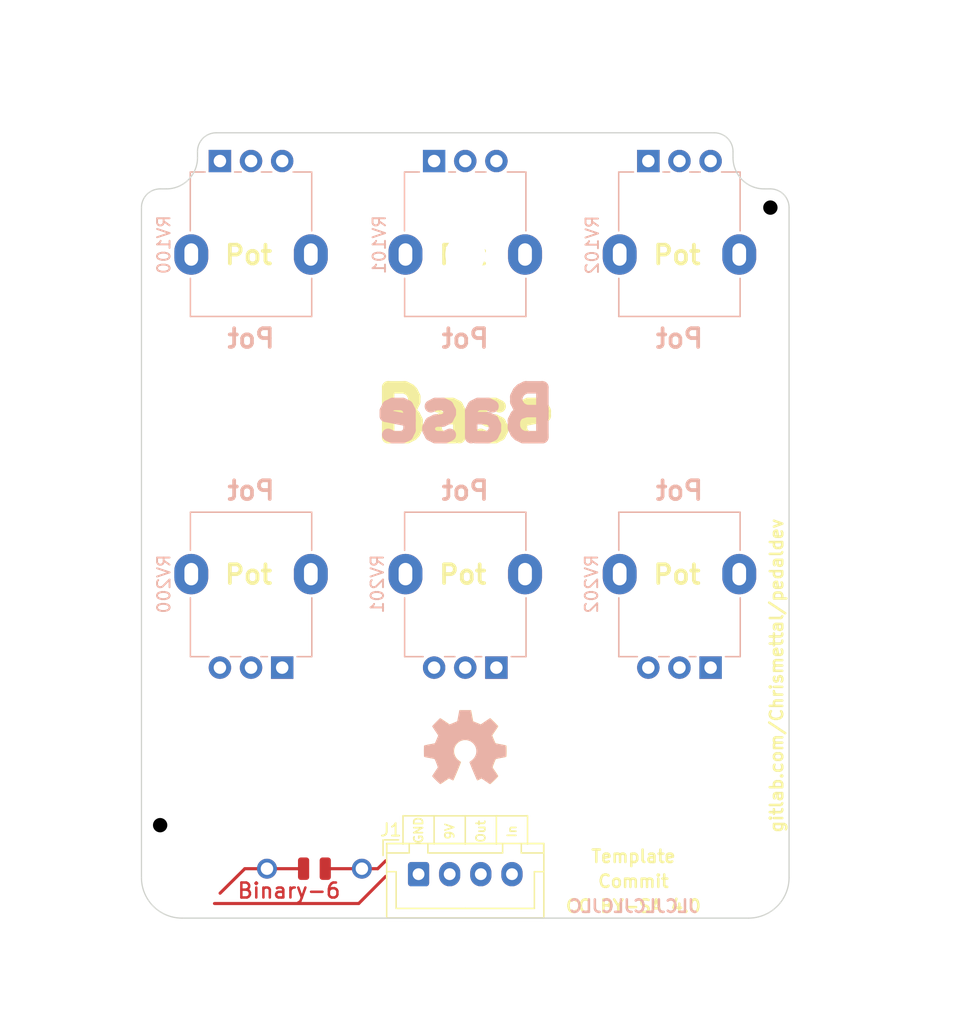
<source format=kicad_pcb>
(kicad_pcb (version 20211014) (generator pcbnew)
  (layers (0 "F.Cu" signal) (31 "B.Cu" signal) (34 "B.Paste" user) (35 "F.Paste" user) (36 "B.SilkS" user "B.Silkscreen") (37 "F.SilkS" user "F.Silkscreen") (38 "B.Mask" user) (39 "F.Mask" user) (44 "Edge.Cuts" user))
  (property "Commit" "Commit")
  (property "Link" "gitlab.com/Chrismettal/pedaldev")
  (property "Name" "Template")
  (net 0 "")
  (net 1 "+9V")
  (net 2 "GND")
  (net 3 "Upper_PCB_Input")
  (net 4 "Upper_PCB_Output")
  (footprint "Symbol:OSHW-Symbol_6.7x6mm_SilkScreen" (layer "F.Cu") (at 149.5 116.8)
    (fp_text reference "REF**" hide)
    (fp_text value "OSHW-Symbol_6.7x6mm_SilkScreen" hide)
    (fp_poly (pts (xy 0.555814 -2.531069) (xy 0.639635 -2.086445) (xy 0.94892 -1.958947) (xy 1.258206 -1.831449) (xy 1.629246 -2.083754) (xy 1.733157 -2.154004) (xy 1.827087 -2.216728) (xy 1.906652 -2.269062) (xy 1.96747 -2.308143) (xy 2.005157 -2.331107) (xy 2.015421 -2.336058) (xy 2.03391 -2.323324) (xy 2.07342 -2.288118) (xy 2.129522 -2.234938) (xy 2.197787 -2.168282) (xy 2.273786 -2.092646) (xy 2.353092 -2.012528) (xy 2.431275 -1.932426) (xy 2.503907 -1.856836) (xy 2.566559 -1.790255) (xy 2.614803 -1.737182) (xy 2.64421 -1.702113) (xy 2.651241 -1.690377) (xy 2.641123 -1.66874) (xy 2.612759 -1.621338) (xy 2.569129 -1.552807) (xy 2.513218 -1.467785) (xy 2.448006 -1.370907) (xy 2.410219 -1.31565) (xy 2.341343 -1.214752) (xy 2.28014 -1.123701) (xy 2.229578 -1.04703) (xy 2.192628 -0.989272) (xy 2.172258 -0.954957) (xy 2.169197 -0.947746) (xy 2.176136 -0.927252) (xy 2.195051 -0.879487) (xy 2.223087 -0.811168) (xy 2.257391 -0.729011) (xy 2.295109 -0.63973) (xy 2.333387 -0.550042) (xy 2.36937 -0.466662) (xy 2.400206 -0.396306) (xy 2.423039 -0.34569) (xy 2.435017 -0.321529) (xy 2.435724 -0.320578) (xy 2.454531 -0.315964) (xy 2.504618 -0.305672) (xy 2.580793 -0.290713) (xy 2.677865 -0.272099) (xy 2.790643 -0.250841) (xy 2.856442 -0.238582) (xy 2.97695 -0.215638) (xy 3.085797 -0.193805) (xy 3.177476 -0.174278) (xy 3.246481 -0.158252) (xy 3.287304 -0.146921) (xy 3.295511 -0.143326) (xy 3.303548 -0.118994) (xy 3.310033 -0.064041) (xy 3.31497 0.015108) (xy 3.318364 0.112026) (xy 3.320218 0.220287) (xy 3.320538 0.333465) (xy 3.319327 0.445135) (xy 3.31659 0.548868) (xy 3.312331 0.638241) (xy 3.306555 0.706826) (xy 3.299267 0.748197) (xy 3.294895 0.75681) (xy 3.268764 0.767133) (xy 3.213393 0.781892) (xy 3.136107 0.799352) (xy 3.04423 0.81778) (xy 3.012158 0.823741) (xy 2.857524 0.852066) (xy 2.735375 0.874876) (xy 2.641673 0.89308) (xy 2.572384 0.907583) (xy 2.523471 0.919292) (xy 2.490897 0.929115) (xy 2.470628 0.937956) (xy 2.458626 0.946724) (xy 2.456947 0.948457) (xy 2.440184 0.976371) (xy 2.414614 1.030695) (xy 2.382788 1.104777) (xy 2.34726 1.191965) (xy 2.310583 1.285608) (xy 2.275311 1.379052) (xy 2.243996 1.465647) (xy 2.219193 1.53874) (xy 2.203454 1.591678) (xy 2.199332 1.617811) (xy 2.199676 1.618726) (xy 2.213641 1.640086) (xy 2.245322 1.687084) (xy 2.291391 1.754827) (xy 2.348518 1.838423) (xy 2.413373 1.932982) (xy 2.431843 1.959854) (xy 2.497699 2.057275) (xy 2.55565 2.146163) (xy 2.602538 2.221412) (xy 2.635207 2.27792) (xy 2.6505 2.310581) (xy 2.651241 2.314593) (xy 2.638392 2.335684) (xy 2.602888 2.377464) (xy 2.549293 2.435445) (xy 2.482171 2.505135) (xy 2.406087 2.582045) (xy 2.325604 2.661683) (xy 2.245287 2.739561) (xy 2.169699 2.811186) (xy 2.103405 2.87207) (xy 2.050969 2.917721) (xy 2.016955 2.94365) (xy 2.007545 2.947883) (xy 1.985643 2.937912) (xy 1.9408 2.91102) (xy 1.880321 2.871736) (xy 1.833789 2.840117) (xy 1.749475 2.782098) (xy 1.649626 2.713784) (xy 1.549473 2.645579) (xy 1.495627 2.609075) (xy 1.313371 2.4858) (xy 1.160381 2.56852) (xy 1.090682 2.604759) (xy 1.031414 2.632926) (xy 0.991311 2.648991) (xy 0.981103 2.651226) (xy 0.968829 2.634722) (xy 0.944613 2.588082) (xy 0.910263 2.515609) (xy 0.867588 2.421606) (xy 0.818394 2.310374) (xy 0.76449 2.186215) (xy 0.707684 2.053432) (xy 0.649782 1.916327) (xy 0.592593 1.779202) (xy 0.537924 1.646358) (xy 0.487584 1.522098) (xy 0.44338 1.410725) (xy 0.407119 1.316539) (xy 0.380609 1.243844) (xy 0.365658 1.196941) (xy 0.363254 1.180833) (xy 0.382311 1.160286) (xy 0.424036 1.126933) (xy 0.479706 1.087702) (xy 0.484378 1.084599) (xy 0.628264 0.969423) (xy 0.744283 0.835053) (xy 0.83143 0.685784) (xy 0.888699 0.525913) (xy 0.915086 0.359737) (xy 0.909585 0.191552) (xy 0.87119 0.025655) (xy 0.798895 -0.133658) (xy 0.777626 -0.168513) (xy 0.666996 -0.309263) (xy 0.536302 -0.422286) (xy 0.390064 -0.506997) (xy 0.232808 -0.562806) (xy 0.069057 -0.589126) (xy -0.096667 -0.58537) (xy -0.259838 -0.55095) (xy -0.415935 -0.485277) (xy -0.560433 -0.387765) (xy -0.605131 -0.348187) (xy -0.718888 -0.224297) (xy -0.801782 -0.093876) (xy -0.858644 0.052315) (xy -0.890313 0.197088) (xy -0.898131 0.35986) (xy -0.872062 0.52344) (xy -0.814755 0.682298) (xy -0.728856 0.830906) (xy -0.617014 0.963735) (xy -0.481877 1.075256) (xy -0.464117 1.087011) (xy -0.40785 1.125508) (xy -0.365077 1.158863) (xy -0.344628 1.18016) (xy -0.344331 1.180833) (xy -0.348721 1.203871) (xy -0.366124 1.256157) (xy -0.394732 1.33339) (xy -0.432735 1.431268) (xy -0.478326 1.545491) (xy -0.529697 1.671758) (xy -0.585038 1.805767) (xy -0.642542 1.943218) (xy -0.700399 2.079808) (xy -0.756802 2.211237) (xy -0.809942 2.333205) (xy -0.85801 2.441409) (xy -0.899199 2.531549) (xy -0.931699 2.599323) (xy -0.953703 2.64043) (xy -0.962564 2.651226) (xy -0.98964 2.642819) (xy -1.040303 2.620272) (xy -1.105817 2.587613) (xy -1.141841 2.56852) (xy -1.294832 2.4858) (xy -1.477088 2.609075) (xy -1.570125 2.672228) (xy -1.671985 2.741727) (xy -1.767438 2.807165) (xy -1.81525 2.840117) (xy -1.882495 2.885273) (xy -1.939436 2.921057) (xy -1.978646 2.942938) (xy -1.991381 2.947563) (xy -2.009917 2.935085) (xy -2.050941 2.900252) (xy -2.110475 2.846678) (xy -2.184542 2.777983) (xy -2.269165 2.697781) (xy -2.322685 2.646286) (xy -2.416319 2.554286) (xy -2.497241 2.471999) (xy -2.562177 2.402945) (xy -2.607858 2.350644) (xy -2.631011 2.318616) (xy -2.633232 2.312116) (xy -2.622924 2.287394) (xy -2.594439 2.237405) (xy -2.550937 2.167212) (xy -2.495577 2.081875) (xy -2.43152 1.986456) (xy -2.413303 1.959854) (xy -2.346927 1.863167) (xy -2.287378 1.776117) (xy -2.237984 1.703595) (xy -2.202075 1.650493) (xy -2.182981 1.621703) (xy -2.181136 1.618726) (xy -2.183895 1.595782) (xy -2.198538 1.545336) (xy -2.222513 1.474041) (xy -2.253266 1.388547) (xy -2.288244 1.295507) (xy -2.324893 1.201574) (xy -2.360661 1.113399) (xy -2.392994 1.037634) (xy -2.419338 0.980931) (xy -2.437142 0.949943) (xy -2.438407 0.948457) (xy -2.449294 0.939601) (xy -2.467682 0.930843) (xy -2.497606 0.921277) (xy -2.543103 0.909996) (xy -2.608209 0.896093) (xy -2.696961 0.878663) (xy -2.813393 0.856798) (xy -2.961542 0.829591) (xy -2.993618 0.823741) (xy -3.088686 0.805374) (xy -3.171565 0.787405) (xy -3.23493 0.771569) (xy -3.271458 0.7596) (xy -3.276356 0.75681) (xy -3.284427 0.732072) (xy -3.290987 0.67679) (xy -3.296033 0.597389) (xy -3.299559 0.500296) (xy -3.301561 0.391938) (xy -3.302036 0.27874) (xy -3.300977 0.167128) (xy -3.298382 0.063529) (xy -3.294246 -0.025632) (xy -3.288563 -0.093928) (xy -3.281331 -0.134934) (xy -3.276971 -0.143326) (xy -3.252698 -0.151792) (xy -3.197426 -0.165565) (xy -3.116662 -0.18345) (xy -3.015912 -0.204252) (xy -2.900683 -0.226777) (xy -2.837902 -0.238582) (xy -2.718787 -0.260849) (xy -2.612565 -0.281021) (xy -2.524427 -0.298085) (xy -2.459566 -0.311031) (xy -2.423174 -0.318845) (xy -2.417184 -0.320578) (xy -2.407061 -0.34011) (xy -2.385662 -0.387157) (xy -2.355839 -0.454997) (xy -2.320445 -0.536909) (xy -2.282332 -0.626172) (xy -2.244353 -0.716065) (xy -2.20936 -0.799865) (xy -2.180206 -0.870853) (xy -2.159743 -0.922306) (xy -2.150823 -0.947503) (xy -2.150657 -0.948604) (xy -2.160769 -0.968481) (xy -2.189117 -1.014223) (xy -2.232723 -1.081283) (xy -2.288606 -1.165116) (xy -2.353787 -1.261174) (xy -2.391679 -1.31635) (xy -2.460725 -1.417519) (xy -2.52205 -1.50937) (xy -2.572663 -1.587256) (xy -2.609571 -1.646531) (xy -2.629782 -1.682549) (xy -2.632701 -1.690623) (xy -2.620153 -1.709416) (xy -2.585463 -1.749543) (xy -2.533063 -1.806507) (xy -2.467384 -1.875815) (xy -2.392856 -1.952969) (xy -2.313913 -2.033475) (xy -2.234983 -2.112837) (xy -2.1605 -2.18656) (xy -2.094894 -2.250148) (xy -2.042596 -2.299106) (xy -2.008039 -2.328939) (xy -1.996478 -2.336058) (xy -1.977654 -2.326047) (xy -1.932631 -2.297922) (xy -1.865787 -2.254546) (xy -1.781499 -2.198782) (xy -1.684144 -2.133494) (xy -1.610707 -2.083754) (xy -1.239667 -1.831449) (xy -0.621095 -2.086445) (xy -0.537275 -2.531069) (xy -0.453454 -2.975693) (xy 0.471994 -2.975693) (xy 0.555814 -2.531069)) (layer "F.SilkS") (width 0.01) (fill solid))
  )
  (footprint "MeineBib:EigenesMountingHole_3.2mm_M3_Small" (layer "F.Cu") (at 126.75 127.25)
    (fp_text reference "MK2" hide)
    (fp_text value "Mounting_Hole_M3" hide)
    (pad "" np_thru_hole circle (at 0 0) (size 3.2 3.2) (drill 3.2) (layers F&B.Cu *.Mask) (clearance 1.8))
  )
  (footprint "MeineBib:JLC_Toolinghole" (layer "F.Cu") (at 125 123.045)
    (fp_text reference "REF**" hide)
    (fp_text value "JLC_Toolinghole")
    (pad "" np_thru_hole circle (at 0 0) (size 1.3 1.3) (drill 1.152) (layers *.Mask))
  )
  (footprint "MeineBib:JLC_Toolinghole" (layer "F.Cu") (at 174 73.5)
    (fp_text reference "REF**" hide)
    (fp_text value "JLC_Toolinghole")
    (pad "" np_thru_hole circle (at 0 0) (size 1.3 1.3) (drill 1.152) (layers *.Mask))
  )
  (footprint "Connector_JST:JST_XH_B4B-XH-A_1x04_P2.50mm_Vertical" (layer "F.Cu") (at 145.75 126.975)
    (fp_text reference "J1" (at -2.225 -3.55) (layer "F.SilkS"))
    (fp_text value "Conn_01x04")
    (fp_line (start 0.75 -2.45) (end 0.75 -1.7) (layer "F.SilkS") (width 0.12))
    (fp_line (start -0.75 -1.7) (end -0.75 -2.45) (layer "F.SilkS") (width 0.12))
    (fp_line (start 10.06 3.51) (end 10.06 -2.46) (layer "F.SilkS") (width 0.12))
    (fp_line (start 8.25 -1.7) (end 10.05 -1.7) (layer "F.SilkS") (width 0.12))
    (fp_line (start 10.06 -2.46) (end -2.56 -2.46) (layer "F.SilkS") (width 0.12))
    (fp_line (start -2.55 -2.45) (end -2.55 -1.7) (layer "F.SilkS") (width 0.12))
    (fp_line (start -2.55 -1.7) (end -0.75 -1.7) (layer "F.SilkS") (width 0.12))
    (fp_line (start 10.05 -2.45) (end 8.25 -2.45) (layer "F.SilkS") (width 0.12))
    (fp_line (start -2.85 -2.75) (end -2.85 -1.5) (layer "F.SilkS") (width 0.12))
    (fp_line (start 9.3 -0.2) (end 9.3 2.75) (layer "F.SilkS") (width 0.12))
    (fp_line (start -2.56 -2.46) (end -2.56 3.51) (layer "F.SilkS") (width 0.12))
    (fp_line (start 6.75 -2.45) (end 0.75 -2.45) (layer "F.SilkS") (width 0.12))
    (fp_line (start 9.3 2.75) (end 3.75 2.75) (layer "F.SilkS") (width 0.12))
    (fp_line (start -2.56 3.51) (end 10.06 3.51) (layer "F.SilkS") (width 0.12))
    (fp_line (start -0.75 -2.45) (end -2.55 -2.45) (layer "F.SilkS") (width 0.12))
    (fp_line (start 8.25 -2.45) (end 8.25 -1.7) (layer "F.SilkS") (width 0.12))
    (fp_line (start 0.75 -1.7) (end 6.75 -1.7) (layer "F.SilkS") (width 0.12))
    (fp_line (start -1.8 2.75) (end 3.75 2.75) (layer "F.SilkS") (width 0.12))
    (fp_line (start 10.05 -0.2) (end 9.3 -0.2) (layer "F.SilkS") (width 0.12))
    (fp_line (start 10.05 -1.7) (end 10.05 -2.45) (layer "F.SilkS") (width 0.12))
    (fp_line (start -2.55 -0.2) (end -1.8 -0.2) (layer "F.SilkS") (width 0.12))
    (fp_line (start -1.8 -0.2) (end -1.8 2.75) (layer "F.SilkS") (width 0.12))
    (fp_line (start 6.75 -1.7) (end 6.75 -2.45) (layer "F.SilkS") (width 0.12))
    (fp_line (start -1.6 -2.75) (end -2.85 -2.75) (layer "F.SilkS") (width 0.12))
    (pad "1" thru_hole roundrect (at 0 0) (size 1.7 1.95) (drill 0.95) (layers *.Cu *.Mask) (roundrect_rratio 0.147059) (net 2 "GND"))
    (pad "2" thru_hole oval (at 2.5 0) (size 1.7 1.95) (drill 0.95) (layers *.Cu *.Mask) (net 1 "+9V"))
    (pad "3" thru_hole oval (at 5 0) (size 1.7 1.95) (drill 0.95) (layers *.Cu *.Mask) (net 4 "Upper_PCB_Output"))
    (pad "4" thru_hole oval (at 7.5 0) (size 1.7 1.95) (drill 0.95) (layers *.Cu *.Mask) (net 3 "Upper_PCB_Input"))
  )
  (footprint "MeineBib:EigenesMountingHole_3.2mm_M3_Small" (layer "F.Cu") (at 172.25 127.25)
    (fp_text reference "MK2" hide)
    (fp_text value "Mounting_Hole_M3" hide)
    (pad "" np_thru_hole circle (at 0 0) (size 3.2 3.2) (drill 3.2) (layers F&B.Cu *.Mask) (clearance 1.8))
  )
  (footprint "MeineBib:Binary_6_v0.1_tiny_silk" (layer "F.Cu") (at 137.4144 127.5007)
    (fp_text reference "H7" hide)
    (fp_text value "Symbol_Binary6" hide)
    (fp_text user "Binary-6" (at -2.0654 0.8) (layer "F.Cu") (effects (font (size 1.2 1.2) (thickness 0.2))))
    (fp_line (start 3.7846 -0.9652) (end 5.0546 -0.9652) (layer "F.Cu") (width 0.25))
    (fp_line (start -3.8354 -0.9652) (end -1.2954 -0.9652) (layer "F.Cu") (width 0.25))
    (fp_line (start 3.5306 1.8288) (end -8.05 1.8288) (layer "F.Cu") (width 0.25))
    (fp_line (start 5.0546 -0.9652) (end 5.7 -1.6) (layer "F.Cu") (width 0.25))
    (fp_line (start -3.8354 -0.9652) (end -5.6134 -0.9652) (layer "F.Cu") (width 0.25))
    (fp_line (start 1.2446 -0.9652) (end 3.7846 -0.9652) (layer "F.Cu") (width 0.25))
    (fp_line (start 5.7 -0.35) (end 3.5306 1.8288) (layer "F.Cu") (width 0.25))
    (fp_line (start -5.6134 -0.9652) (end -7.6 1) (layer "F.Cu") (width 0.25))
    (pad "" smd roundrect (at 0.8446 -0.9652) (size 0.9 1.8) (layers "F.Cu" "F.Mask"))
    (pad "" smd roundrect (at -0.8954 -0.9652) (size 0.9 1.8) (layers "F.Cu" "F.Mask"))
    (pad "" thru_hole circle (at -3.8354 -0.9652) (size 1.6 1.6) (drill 1) (layers *.Cu *.Mask))
    (pad "" thru_hole oval (at 3.7846 -0.9652) (size 1.6 1.6) (drill 1) (layers *.Cu *.Mask))
  )
  (footprint "MeineBib:EigenesMountingHole_3.2mm_M3_Small" (layer "F.Cu") (at 149.5 77.265)
    (fp_text reference "MK2" hide)
    (fp_text value "Mounting_Hole_M3" hide)
    (pad "" np_thru_hole circle (at 0 0) (size 3.2 3.2) (drill 3.2) (layers F&B.Cu *.Mask) (clearance 1.8))
  )
  (footprint "Potentiometer_THT:Potentiometer_Alpha_RD901F-40-00D_Single_Vertical" (layer "B.Cu") (at 129.8 69.765 -90)
    (fp_text reference "RV100" (at 6.71 4.5 -90) (layer "B.SilkS") (effects (justify mirror)))
    (fp_text value "100K Lin" hide)
    (fp_line (start 0.88 -7.37) (end 0.88 -5.88) (layer "B.SilkS") (width 0.12))
    (fp_line (start 9.41 2.37) (end 12.47 2.37) (layer "B.SilkS") (width 0.12))
    (fp_line (start 0.88 -7.37) (end 5.6 -7.37) (layer "B.SilkS") (width 0.12))
    (fp_line (start 0.88 -1.71) (end 0.88 -1.18) (layer "B.SilkS") (width 0.12))
    (fp_line (start 9.41 -7.37) (end 12.47 -7.37) (layer "B.SilkS") (width 0.12))
    (fp_line (start 12.47 -7.37) (end 12.47 2.37) (layer "B.SilkS") (width 0.12))
    (fp_line (start 0.88 2.38) (end 5.6 2.38) (layer "B.SilkS") (width 0.12))
    (fp_line (start 0.88 1.19) (end 0.88 2.37) (layer "B.SilkS") (width 0.12))
    (fp_line (start 0.88 -4.16) (end 0.88 -3.33) (layer "B.SilkS") (width 0.12))
    (pad "" thru_hole oval (at 7.5 2.3 180) (size 2.72 3.24) (drill oval 1.1 1.8) (layers *.Cu *.Mask))
    (pad "" thru_hole oval (at 7.5 -7.3 180) (size 2.72 3.24) (drill oval 1.1 1.8) (layers *.Cu *.Mask))
    (pad "1" thru_hole rect (at 0 0 180) (size 1.8 1.8) (drill 1) (layers *.Cu *.Mask))
    (pad "2" thru_hole circle (at 0 -2.5 180) (size 1.8 1.8) (drill 1) (layers *.Cu *.Mask))
    (pad "3" thru_hole circle (at 0 -5 180) (size 1.8 1.8) (drill 1) (layers *.Cu *.Mask))
  )
  (footprint "Potentiometer_THT:Potentiometer_Alpha_RD901F-40-00D_Single_Vertical" (layer "B.Cu") (at 169.2 110.405 90)
    (fp_text reference "RV202" (at 6.71 -9.56 90) (layer "B.SilkS") (effects (justify mirror)))
    (fp_text value "100K Lin" hide)
    (fp_line (start 0.88 -4.16) (end 0.88 -3.33) (layer "B.SilkS") (width 0.12))
    (fp_line (start 0.88 -7.37) (end 5.6 -7.37) (layer "B.SilkS") (width 0.12))
    (fp_line (start 9.41 2.37) (end 12.47 2.37) (layer "B.SilkS") (width 0.12))
    (fp_line (start 0.88 2.38) (end 5.6 2.38) (layer "B.SilkS") (width 0.12))
    (fp_line (start 0.88 1.19) (end 0.88 2.37) (layer "B.SilkS") (width 0.12))
    (fp_line (start 12.47 -7.37) (end 12.47 2.37) (layer "B.SilkS") (width 0.12))
    (fp_line (start 0.88 -7.37) (end 0.88 -5.88) (layer "B.SilkS") (width 0.12))
    (fp_line (start 0.88 -1.71) (end 0.88 -1.18) (layer "B.SilkS") (width 0.12))
    (fp_line (start 9.41 -7.37) (end 12.47 -7.37) (layer "B.SilkS") (width 0.12))
    (pad "" thru_hole oval (at 7.5 -7.3) (size 2.72 3.24) (drill oval 1.1 1.8) (layers *.Cu *.Mask))
    (pad "" thru_hole oval (at 7.5 2.3) (size 2.72 3.24) (drill oval 1.1 1.8) (layers *.Cu *.Mask))
    (pad "1" thru_hole rect (at 0 0) (size 1.8 1.8) (drill 1) (layers *.Cu *.Mask))
    (pad "2" thru_hole circle (at 0 -2.5) (size 1.8 1.8) (drill 1) (layers *.Cu *.Mask))
    (pad "3" thru_hole circle (at 0 -5) (size 1.8 1.8) (drill 1) (layers *.Cu *.Mask))
  )
  (footprint "Potentiometer_THT:Potentiometer_Alpha_RD901F-40-00D_Single_Vertical" (layer "B.Cu") (at 152 110.405 90)
    (fp_text reference "RV201" (at 6.71 -9.56 90) (layer "B.SilkS") (effects (justify mirror)))
    (fp_text value "100K Lin" hide)
    (fp_line (start 12.47 -7.37) (end 12.47 2.37) (layer "B.SilkS") (width 0.12))
    (fp_line (start 0.88 -4.16) (end 0.88 -3.33) (layer "B.SilkS") (width 0.12))
    (fp_line (start 0.88 -7.37) (end 0.88 -5.88) (layer "B.SilkS") (width 0.12))
    (fp_line (start 9.41 2.37) (end 12.47 2.37) (layer "B.SilkS") (width 0.12))
    (fp_line (start 0.88 2.38) (end 5.6 2.38) (layer "B.SilkS") (width 0.12))
    (fp_line (start 0.88 1.19) (end 0.88 2.37) (layer "B.SilkS") (width 0.12))
    (fp_line (start 0.88 -7.37) (end 5.6 -7.37) (layer "B.SilkS") (width 0.12))
    (fp_line (start 9.41 -7.37) (end 12.47 -7.37) (layer "B.SilkS") (width 0.12))
    (fp_line (start 0.88 -1.71) (end 0.88 -1.18) (layer "B.SilkS") (width 0.12))
    (pad "" thru_hole oval (at 7.5 2.3) (size 2.72 3.24) (drill oval 1.1 1.8) (layers *.Cu *.Mask))
    (pad "" thru_hole oval (at 7.5 -7.3) (size 2.72 3.24) (drill oval 1.1 1.8) (layers *.Cu *.Mask))
    (pad "1" thru_hole rect (at 0 0) (size 1.8 1.8) (drill 1) (layers *.Cu *.Mask))
    (pad "2" thru_hole circle (at 0 -2.5) (size 1.8 1.8) (drill 1) (layers *.Cu *.Mask))
    (pad "3" thru_hole circle (at 0 -5) (size 1.8 1.8) (drill 1) (layers *.Cu *.Mask))
  )
  (footprint "Symbol:OSHW-Symbol_6.7x6mm_SilkScreen" (layer "B.Cu") (at 149.5 116.8 180)
    (fp_text reference "REF**" hide)
    (fp_text value "OSHW-Symbol_6.7x6mm_SilkScreen" hide)
    (fp_poly (pts (xy 0.555814 2.531069) (xy 0.639635 2.086445) (xy 0.94892 1.958947) (xy 1.258206 1.831449) (xy 1.629246 2.083754) (xy 1.733157 2.154004) (xy 1.827087 2.216728) (xy 1.906652 2.269062) (xy 1.96747 2.308143) (xy 2.005157 2.331107) (xy 2.015421 2.336058) (xy 2.03391 2.323324) (xy 2.07342 2.288118) (xy 2.129522 2.234938) (xy 2.197787 2.168282) (xy 2.273786 2.092646) (xy 2.353092 2.012528) (xy 2.431275 1.932426) (xy 2.503907 1.856836) (xy 2.566559 1.790255) (xy 2.614803 1.737182) (xy 2.64421 1.702113) (xy 2.651241 1.690377) (xy 2.641123 1.66874) (xy 2.612759 1.621338) (xy 2.569129 1.552807) (xy 2.513218 1.467785) (xy 2.448006 1.370907) (xy 2.410219 1.31565) (xy 2.341343 1.214752) (xy 2.28014 1.123701) (xy 2.229578 1.04703) (xy 2.192628 0.989272) (xy 2.172258 0.954957) (xy 2.169197 0.947746) (xy 2.176136 0.927252) (xy 2.195051 0.879487) (xy 2.223087 0.811168) (xy 2.257391 0.729011) (xy 2.295109 0.63973) (xy 2.333387 0.550042) (xy 2.36937 0.466662) (xy 2.400206 0.396306) (xy 2.423039 0.34569) (xy 2.435017 0.321529) (xy 2.435724 0.320578) (xy 2.454531 0.315964) (xy 2.504618 0.305672) (xy 2.580793 0.290713) (xy 2.677865 0.272099) (xy 2.790643 0.250841) (xy 2.856442 0.238582) (xy 2.97695 0.215638) (xy 3.085797 0.193805) (xy 3.177476 0.174278) (xy 3.246481 0.158252) (xy 3.287304 0.146921) (xy 3.295511 0.143326) (xy 3.303548 0.118994) (xy 3.310033 0.064041) (xy 3.31497 -0.015108) (xy 3.318364 -0.112026) (xy 3.320218 -0.220287) (xy 3.320538 -0.333465) (xy 3.319327 -0.445135) (xy 3.31659 -0.548868) (xy 3.312331 -0.638241) (xy 3.306555 -0.706826) (xy 3.299267 -0.748197) (xy 3.294895 -0.75681) (xy 3.268764 -0.767133) (xy 3.213393 -0.781892) (xy 3.136107 -0.799352) (xy 3.04423 -0.81778) (xy 3.012158 -0.823741) (xy 2.857524 -0.852066) (xy 2.735375 -0.874876) (xy 2.641673 -0.89308) (xy 2.572384 -0.907583) (xy 2.523471 -0.919292) (xy 2.490897 -0.929115) (xy 2.470628 -0.937956) (xy 2.458626 -0.946724) (xy 2.456947 -0.948457) (xy 2.440184 -0.976371) (xy 2.414614 -1.030695) (xy 2.382788 -1.104777) (xy 2.34726 -1.191965) (xy 2.310583 -1.285608) (xy 2.275311 -1.379052) (xy 2.243996 -1.465647) (xy 2.219193 -1.53874) (xy 2.203454 -1.591678) (xy 2.199332 -1.617811) (xy 2.199676 -1.618726) (xy 2.213641 -1.640086) (xy 2.245322 -1.687084) (xy 2.291391 -1.754827) (xy 2.348518 -1.838423) (xy 2.413373 -1.932982) (xy 2.431843 -1.959854) (xy 2.497699 -2.057275) (xy 2.55565 -2.146163) (xy 2.602538 -2.221412) (xy 2.635207 -2.27792) (xy 2.6505 -2.310581) (xy 2.651241 -2.314593) (xy 2.638392 -2.335684) (xy 2.602888 -2.377464) (xy 2.549293 -2.435445) (xy 2.482171 -2.505135) (xy 2.406087 -2.582045) (xy 2.325604 -2.661683) (xy 2.245287 -2.739561) (xy 2.169699 -2.811186) (xy 2.103405 -2.87207) (xy 2.050969 -2.917721) (xy 2.016955 -2.94365) (xy 2.007545 -2.947883) (xy 1.985643 -2.937912) (xy 1.9408 -2.91102) (xy 1.880321 -2.871736) (xy 1.833789 -2.840117) (xy 1.749475 -2.782098) (xy 1.649626 -2.713784) (xy 1.549473 -2.645579) (xy 1.495627 -2.609075) (xy 1.313371 -2.4858) (xy 1.160381 -2.56852) (xy 1.090682 -2.604759) (xy 1.031414 -2.632926) (xy 0.991311 -2.648991) (xy 0.981103 -2.651226) (xy 0.968829 -2.634722) (xy 0.944613 -2.588082) (xy 0.910263 -2.515609) (xy 0.867588 -2.421606) (xy 0.818394 -2.310374) (xy 0.76449 -2.186215) (xy 0.707684 -2.053432) (xy 0.649782 -1.916327) (xy 0.592593 -1.779202) (xy 0.537924 -1.646358) (xy 0.487584 -1.522098) (xy 0.44338 -1.410725) (xy 0.407119 -1.316539) (xy 0.380609 -1.243844) (xy 0.365658 -1.196941) (xy 0.363254 -1.180833) (xy 0.382311 -1.160286) (xy 0.424036 -1.126933) (xy 0.479706 -1.087702) (xy 0.484378 -1.084599) (xy 0.628264 -0.969423) (xy 0.744283 -0.835053) (xy 0.83143 -0.685784) (xy 0.888699 -0.525913) (xy 0.915086 -0.359737) (xy 0.909585 -0.191552) (xy 0.87119 -0.025655) (xy 0.798895 0.133658) (xy 0.777626 0.168513) (xy 0.666996 0.309263) (xy 0.536302 0.422286) (xy 0.390064 0.506997) (xy 0.232808 0.562806) (xy 0.069057 0.589126) (xy -0.096667 0.58537) (xy -0.259838 0.55095) (xy -0.415935 0.485277) (xy -0.560433 0.387765) (xy -0.605131 0.348187) (xy -0.718888 0.224297) (xy -0.801782 0.093876) (xy -0.858644 -0.052315) (xy -0.890313 -0.197088) (xy -0.898131 -0.35986) (xy -0.872062 -0.52344) (xy -0.814755 -0.682298) (xy -0.728856 -0.830906) (xy -0.617014 -0.963735) (xy -0.481877 -1.075256) (xy -0.464117 -1.087011) (xy -0.40785 -1.125508) (xy -0.365077 -1.158863) (xy -0.344628 -1.18016) (xy -0.344331 -1.180833) (xy -0.348721 -1.203871) (xy -0.366124 -1.256157) (xy -0.394732 -1.33339) (xy -0.432735 -1.431268) (xy -0.478326 -1.545491) (xy -0.529697 -1.671758) (xy -0.585038 -1.805767) (xy -0.642542 -1.943218) (xy -0.700399 -2.079808) (xy -0.756802 -2.211237) (xy -0.809942 -2.333205) (xy -0.85801 -2.441409) (xy -0.899199 -2.531549) (xy -0.931699 -2.599323) (xy -0.953703 -2.64043) (xy -0.962564 -2.651226) (xy -0.98964 -2.642819) (xy -1.040303 -2.620272) (xy -1.105817 -2.587613) (xy -1.141841 -2.56852) (xy -1.294832 -2.4858) (xy -1.477088 -2.609075) (xy -1.570125 -2.672228) (xy -1.671985 -2.741727) (xy -1.767438 -2.807165) (xy -1.81525 -2.840117) (xy -1.882495 -2.885273) (xy -1.939436 -2.921057) (xy -1.978646 -2.942938) (xy -1.991381 -2.947563) (xy -2.009917 -2.935085) (xy -2.050941 -2.900252) (xy -2.110475 -2.846678) (xy -2.184542 -2.777983) (xy -2.269165 -2.697781) (xy -2.322685 -2.646286) (xy -2.416319 -2.554286) (xy -2.497241 -2.471999) (xy -2.562177 -2.402945) (xy -2.607858 -2.350644) (xy -2.631011 -2.318616) (xy -2.633232 -2.312116) (xy -2.622924 -2.287394) (xy -2.594439 -2.237405) (xy -2.550937 -2.167212) (xy -2.495577 -2.081875) (xy -2.43152 -1.986456) (xy -2.413303 -1.959854) (xy -2.346927 -1.863167) (xy -2.287378 -1.776117) (xy -2.237984 -1.703595) (xy -2.202075 -1.650493) (xy -2.182981 -1.621703) (xy -2.181136 -1.618726) (xy -2.183895 -1.595782) (xy -2.198538 -1.545336) (xy -2.222513 -1.474041) (xy -2.253266 -1.388547) (xy -2.288244 -1.295507) (xy -2.324893 -1.201574) (xy -2.360661 -1.113399) (xy -2.392994 -1.037634) (xy -2.419338 -0.980931) (xy -2.437142 -0.949943) (xy -2.438407 -0.948457) (xy -2.449294 -0.939601) (xy -2.467682 -0.930843) (xy -2.497606 -0.921277) (xy -2.543103 -0.909996) (xy -2.608209 -0.896093) (xy -2.696961 -0.878663) (xy -2.813393 -0.856798) (xy -2.961542 -0.829591) (xy -2.993618 -0.823741) (xy -3.088686 -0.805374) (xy -3.171565 -0.787405) (xy -3.23493 -0.771569) (xy -3.271458 -0.7596) (xy -3.276356 -0.75681) (xy -3.284427 -0.732072) (xy -3.290987 -0.67679) (xy -3.296033 -0.597389) (xy -3.299559 -0.500296) (xy -3.301561 -0.391938) (xy -3.302036 -0.27874) (xy -3.300977 -0.167128) (xy -3.298382 -0.063529) (xy -3.294246 0.025632) (xy -3.288563 0.093928) (xy -3.281331 0.134934) (xy -3.276971 0.143326) (xy -3.252698 0.151792) (xy -3.197426 0.165565) (xy -3.116662 0.18345) (xy -3.015912 0.204252) (xy -2.900683 0.226777) (xy -2.837902 0.238582) (xy -2.718787 0.260849) (xy -2.612565 0.281021) (xy -2.524427 0.298085) (xy -2.459566 0.311031) (xy -2.423174 0.318845) (xy -2.417184 0.320578) (xy -2.407061 0.34011) (xy -2.385662 0.387157) (xy -2.355839 0.454997) (xy -2.320445 0.536909) (xy -2.282332 0.626172) (xy -2.244353 0.716065) (xy -2.20936 0.799865) (xy -2.180206 0.870853) (xy -2.159743 0.922306) (xy -2.150823 0.947503) (xy -2.150657 0.948604) (xy -2.160769 0.968481) (xy -2.189117 1.014223) (xy -2.232723 1.081283) (xy -2.288606 1.165116) (xy -2.353787 1.261174) (xy -2.391679 1.31635) (xy -2.460725 1.417519) (xy -2.52205 1.50937) (xy -2.572663 1.587256) (xy -2.609571 1.646531) (xy -2.629782 1.682549) (xy -2.632701 1.690623) (xy -2.620153 1.709416) (xy -2.585463 1.749543) (xy -2.533063 1.806507) (xy -2.467384 1.875815) (xy -2.392856 1.952969) (xy -2.313913 2.033475) (xy -2.234983 2.112837) (xy -2.1605 2.18656) (xy -2.094894 2.250148) (xy -2.042596 2.299106) (xy -2.008039 2.328939) (xy -1.996478 2.336058) (xy -1.977654 2.326047) (xy -1.932631 2.297922) (xy -1.865787 2.254546) (xy -1.781499 2.198782) (xy -1.684144 2.133494) (xy -1.610707 2.083754) (xy -1.239667 1.831449) (xy -0.621095 2.086445) (xy -0.537275 2.531069) (xy -0.453454 2.975693) (xy 0.471994 2.975693) (xy 0.555814 2.531069)) (layer "B.SilkS") (width 0.01) (fill solid))
  )
  (footprint "Potentiometer_THT:Potentiometer_Alpha_RD901F-40-00D_Single_Vertical" (layer "B.Cu") (at 164.2 69.765 -90)
    (fp_text reference "RV102" (at 6.735 4.5 90) (layer "B.SilkS") (effects (justify mirror)))
    (fp_text value "100K Lin" hide)
    (fp_line (start 0.88 2.38) (end 5.6 2.38) (layer "B.SilkS") (width 0.12))
    (fp_line (start 0.88 -1.71) (end 0.88 -1.18) (layer "B.SilkS") (width 0.12))
    (fp_line (start 9.41 -7.37) (end 12.47 -7.37) (layer "B.SilkS") (width 0.12))
    (fp_line (start 0.88 1.19) (end 0.88 2.37) (layer "B.SilkS") (width 0.12))
    (fp_line (start 9.41 2.37) (end 12.47 2.37) (layer "B.SilkS") (width 0.12))
    (fp_line (start 0.88 -7.37) (end 0.88 -5.88) (layer "B.SilkS") (width 0.12))
    (fp_line (start 0.88 -4.16) (end 0.88 -3.33) (layer "B.SilkS") (width 0.12))
    (fp_line (start 12.47 -7.37) (end 12.47 2.37) (layer "B.SilkS") (width 0.12))
    (fp_line (start 0.88 -7.37) (end 5.6 -7.37) (layer "B.SilkS") (width 0.12))
    (pad "" thru_hole oval (at 7.5 2.3 180) (size 2.72 3.24) (drill oval 1.1 1.8) (layers *.Cu *.Mask))
    (pad "" thru_hole oval (at 7.5 -7.3 180) (size 2.72 3.24) (drill oval 1.1 1.8) (layers *.Cu *.Mask))
    (pad "1" thru_hole rect (at 0 0 180) (size 1.8 1.8) (drill 1) (layers *.Cu *.Mask))
    (pad "2" thru_hole circle (at 0 -2.5 180) (size 1.8 1.8) (drill 1) (layers *.Cu *.Mask))
    (pad "3" thru_hole circle (at 0 -5 180) (size 1.8 1.8) (drill 1) (layers *.Cu *.Mask))
  )
  (footprint "Potentiometer_THT:Potentiometer_Alpha_RD901F-40-00D_Single_Vertical" (layer "B.Cu") (at 134.8 110.405 90)
    (fp_text reference "RV200" (at 6.71 -9.5 90) (layer "B.SilkS") (effects (justify mirror)))
    (fp_text value "100K Lin" hide)
    (fp_line (start 0.88 1.19) (end 0.88 2.37) (layer "B.SilkS") (width 0.12))
    (fp_line (start 9.41 2.37) (end 12.47 2.37) (layer "B.SilkS") (width 0.12))
    (fp_line (start 0.88 -1.71) (end 0.88 -1.18) (layer "B.SilkS") (width 0.12))
    (fp_line (start 0.88 -4.16) (end 0.88 -3.33) (layer "B.SilkS") (width 0.12))
    (fp_line (start 0.88 -7.37) (end 5.6 -7.37) (layer "B.SilkS") (width 0.12))
    (fp_line (start 0.88 2.38) (end 5.6 2.38) (layer "B.SilkS") (width 0.12))
    (fp_line (start 12.47 -7.37) (end 12.47 2.37) (layer "B.SilkS") (width 0.12))
    (fp_line (start 9.41 -7.37) (end 12.47 -7.37) (layer "B.SilkS") (width 0.12))
    (fp_line (start 0.88 -7.37) (end 0.88 -5.88) (layer "B.SilkS") (width 0.12))
    (pad "" thru_hole oval (at 7.5 -7.3) (size 2.72 3.24) (drill oval 1.1 1.8) (layers *.Cu *.Mask))
    (pad "" thru_hole oval (at 7.5 2.3) (size 2.72 3.24) (drill oval 1.1 1.8) (layers *.Cu *.Mask))
    (pad "1" thru_hole rect (at 0 0) (size 1.8 1.8) (drill 1) (layers *.Cu *.Mask))
    (pad "2" thru_hole circle (at 0 -2.5) (size 1.8 1.8) (drill 1) (layers *.Cu *.Mask))
    (pad "3" thru_hole circle (at 0 -5) (size 1.8 1.8) (drill 1) (layers *.Cu *.Mask))
  )
  (footprint "Potentiometer_THT:Potentiometer_Alpha_RD901F-40-00D_Single_Vertical" (layer "B.Cu") (at 147 69.765 -90)
    (fp_text reference "RV101" (at 6.71 4.4 -90) (layer "B.SilkS") (effects (justify mirror)))
    (fp_text value "100K Lin" hide)
    (fp_line (start 0.88 2.38) (end 5.6 2.38) (layer "B.SilkS") (width 0.12))
    (fp_line (start 9.41 2.37) (end 12.47 2.37) (layer "B.SilkS") (width 0.12))
    (fp_line (start 0.88 1.19) (end 0.88 2.37) (layer "B.SilkS") (width 0.12))
    (fp_line (start 9.41 -7.37) (end 12.47 -7.37) (layer "B.SilkS") (width 0.12))
    (fp_line (start 0.88 -7.37) (end 0.88 -5.88) (layer "B.SilkS") (width 0.12))
    (fp_line (start 0.88 -1.71) (end 0.88 -1.18) (layer "B.SilkS") (width 0.12))
    (fp_line (start 0.88 -4.16) (end 0.88 -3.33) (layer "B.SilkS") (width 0.12))
    (fp_line (start 0.88 -7.37) (end 5.6 -7.37) (layer "B.SilkS") (width 0.12))
    (fp_line (start 12.47 -7.37) (end 12.47 2.37) (layer "B.SilkS") (width 0.12))
    (pad "" thru_hole oval (at 7.5 -7.3 180) (size 2.72 3.24) (drill oval 1.1 1.8) (layers *.Cu *.Mask))
    (pad "" thru_hole oval (at 7.5 2.3 180) (size 2.72 3.24) (drill oval 1.1 1.8) (layers *.Cu *.Mask))
    (pad "1" thru_hole rect (at 0 0 180) (size 1.8 1.8) (drill 1) (layers *.Cu *.Mask))
    (pad "2" thru_hole circle (at 0 -2.5 180) (size 1.8 1.8) (drill 1) (layers *.Cu *.Mask))
    (pad "3" thru_hole circle (at 0 -5 180) (size 1.8 1.8) (drill 1) (layers *.Cu *.Mask))
  )
  (gr_line (start 152 122.295) (end 152 124.561) (layer "F.SilkS") (width 0.12))
  (gr_line (start 144.5 122.295) (end 144.5 124.561) (layer "F.SilkS") (width 0.12))
  (gr_line (start 149.5 122.295) (end 149.5 124.561) (layer "F.SilkS") (width 0.12))
  (gr_line (start 144.5 122.295) (end 154.5 122.295) (layer "F.SilkS") (width 0.12))
  (gr_line (start 147 122.295) (end 147 124.545) (layer "F.SilkS") (width 0.12))
  (gr_line (start 154.5 122.295) (end 154.5 124.561) (layer "F.SilkS") (width 0.12))
  (gr_line (start 175.5 73.5) (end 175.5 127.25) (layer "Edge.Cuts") (width 0.1))
  (gr_arc (start 126.75 130.5) (mid 124.451903 129.548097) (end 123.5 127.25) (layer "Edge.Cuts") (width 0.1))
  (gr_arc (start 173.5 72) (mid 171.732233 71.267767) (end 171 69.5) (layer "Edge.Cuts") (width 0.1))
  (gr_line (start 123.5 73.5) (end 123.5 127.25) (layer "Edge.Cuts") (width 0.1))
  (gr_line (start 173.5 72) (end 174 72) (layer "Edge.Cuts") (width 0.1))
  (gr_arc (start 123.5 73.5) (mid 123.93934 72.43934) (end 125 72) (layer "Edge.Cuts") (width 0.1))
  (gr_line (start 128 69.5) (end 128 69) (layer "Edge.Cuts") (width 0.1))
  (gr_line (start 171 69.5) (end 171 69) (layer "Edge.Cuts") (width 0.1))
  (gr_line (start 125 72) (end 125.5 72) (layer "Edge.Cuts") (width 0.1))
  (gr_line (start 126.75 130.5) (end 172.25 130.5) (layer "Edge.Cuts") (width 0.1))
  (gr_arc (start 175.5 127.25) (mid 174.548097 129.548097) (end 172.25 130.5) (layer "Edge.Cuts") (width 0.1))
  (gr_arc (start 128 69.5) (mid 127.267767 71.267767) (end 125.5 72) (layer "Edge.Cuts") (width 0.1))
  (gr_arc (start 128 69) (mid 128.43934 67.93934) (end 129.5 67.5) (layer "Edge.Cuts") (width 0.1))
  (gr_arc (start 169.5 67.5) (mid 170.56066 67.93934) (end 171 69) (layer "Edge.Cuts") (width 0.1))
  (gr_line (start 129.5 67.5) (end 169.5 67.5) (layer "Edge.Cuts") (width 0.1))
  (gr_arc (start 174 72) (mid 175.06066 72.43934) (end 175.5 73.5) (layer "Edge.Cuts") (width 0.1))
  (gr_text "Pot" (at 166.7 96.2) (layer "B.SilkS") (effects (font (size 1.5 1.5) (thickness 0.3)) (justify mirror)))
  (gr_text "Pot" (at 149.5 96.2) (layer "B.SilkS") (effects (font (size 1.5 1.5) (thickness 0.3)) (justify mirror)))
  (gr_text "JLCJLCJLCJLC" (at 163 129.545) (layer "B.SilkS") (effects (font (size 1 1) (thickness 0.2)) (justify mirror)))
  (gr_text "Base" (at 149.5 90.12) (layer "B.SilkS") (effects (font (size 4 4) (thickness 1)) (justify mirror)))
  (gr_text "Pot" (at 132.3 96.2) (layer "B.SilkS") (effects (font (size 1.5 1.5) (thickness 0.3)) (justify mirror)))
  (gr_text "Pot" (at 149.5 84) (layer "B.SilkS") (effects (font (size 1.5 1.5) (thickness 0.3)) (justify mirror)))
  (gr_text "Pot" (at 132.3 84) (layer "B.SilkS") (effects (font (size 1.5 1.5) (thickness 0.3)) (justify mirror)))
  (gr_text "Pot" (at 166.7 84) (layer "B.SilkS") (effects (font (size 1.5 1.5) (thickness 0.3)) (justify mirror)))
  (gr_text "${Link}" (at 174.5 111.045 90) (layer "F.SilkS") (effects (font (size 1 1) (thickness 0.2))))
  (gr_text "Pot" (at 132.1 102.94) (layer "F.SilkS") (effects (font (size 1.5 1.5) (thickness 0.3))))
  (gr_text "${Commit}" (at 163 127.545) (layer "F.SilkS") (effects (font (size 1 1) (thickness 0.2))))
  (gr_text "${Name}" (at 163 125.545) (layer "F.SilkS") (effects (font (size 1 1) (thickness 0.2))))
  (gr_text "Out" (at 150.75 123.545 90) (layer "F.SilkS") (effects (font (size 0.7 0.7) (thickness 0.13))))
  (gr_text "Pot" (at 149.3 77.3) (layer "F.SilkS") (effects (font (size 1.5 1.5) (thickness 0.3))))
  (gr_text "In" (at 153.25 123.545 90) (layer "F.SilkS") (effects (font (size 0.7 0.7) (thickness 0.13))))
  (gr_text "CC BY-SA 4.0" (at 163 129.545) (layer "F.SilkS") (effects (font (size 1 1) (thickness 0.2))))
  (gr_text "9V" (at 148.25 123.545 90) (layer "F.SilkS") (effects (font (size 0.7 0.7) (thickness 0.13))))
  (gr_text "Pot" (at 132.1 77.3) (layer "F.SilkS") (effects (font (size 1.5 1.5) (thickness 0.3))))
  (gr_text "Base" (at 149.5 90.12) (layer "F.SilkS") (effects (font (size 4 4) (thickness 1))))
  (gr_text "GND" (at 145.75 123.445 90) (layer "F.SilkS") (effects (font (size 0.7 0.7) (thickness 0.13))))
  (gr_text "Pot" (at 166.5 77.3) (layer "F.SilkS") (effects (font (size 1.5 1.5) (thickness 0.3))))
  (gr_text "Pot" (at 166.5 102.94) (layer "F.SilkS") (effects (font (size 1.5 1.5) (thickness 0.3))))
  (gr_text "Pot" (at 149.3 102.94) (layer "F.SilkS") (effects (font (size 1.5 1.5) (thickness 0.3))))
)
</source>
